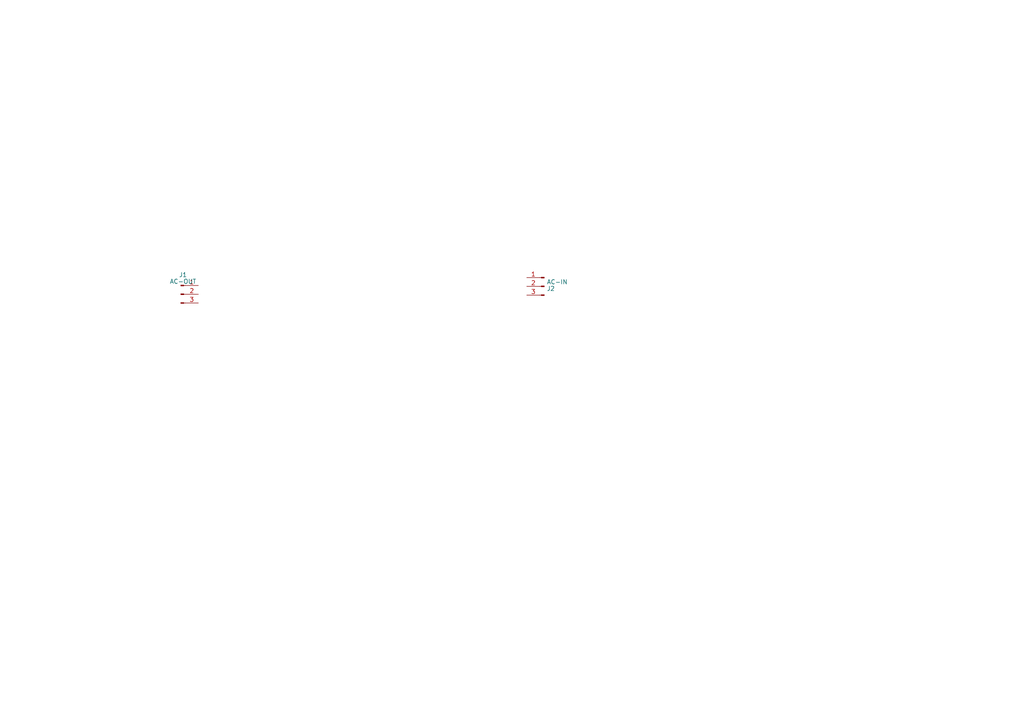
<source format=kicad_sch>
(kicad_sch (version 20230121) (generator eeschema)
  (paper "A4")
  (title_block (title "ST-862D-P1") (date "2023-06-10") (company "4Source"))
  (lib_symbols
    (symbol "Connector:Conn_01x03_Pin" (pin_names (offset 1.016) hide)
      (property "Reference" "J" (at 0 5.08 0))
      (property "Value" "Conn_01x03_Pin" (at 0 -5.08 0))
      (symbol "Conn_01x03_Pin_1_1"
        (polyline (pts (xy 1.27 -2.54) (xy 0.8636 -2.54)) (stroke (width 0.1524)))
        (polyline (pts (xy 1.27 0) (xy 0.8636 0)) (stroke (width 0.1524)))
        (polyline (pts (xy 1.27 2.54) (xy 0.8636 2.54)) (stroke (width 0.1524)))
        (rectangle (start 0.8636 -2.413) (end 0 -2.667) (stroke (width 0.1524)) (fill (type outline)))
        (rectangle (start 0.8636 0.127) (end 0 -0.127) (stroke (width 0.1524)) (fill (type outline)))
        (rectangle (start 0.8636 2.667) (end 0 2.413) (stroke (width 0.1524)) (fill (type outline)))
        (pin passive line (at 5.08 2.54 180) (length 3.81) (name "Pin_1") (number "1"))
        (pin passive line (at 5.08 0 180) (length 3.81) (name "Pin_2") (number "2"))
        (pin passive line (at 5.08 -2.54 180) (length 3.81) (name "Pin_3") (number "3"))
      )
    )
  )
  (symbol (lib_id "Connector:Conn_01x03_Pin") (at 52.451 85.344 0) (unit 1)
    (property "Reference" "J1" (at 53.086 79.7179 0))
    (property "Value" "AC-OUT" (at 53.086 81.6389 0))
  )
  (symbol (lib_id "Connector:Conn_01x03_Pin") (at 157.861 83.058 0) (mirror y) (unit 1)
    (property "Reference" "J2" (at 158.5722 83.7017 0) (effects (justify right)))
    (property "Value" "AC-IN" (at 158.5722 81.7807 0) (effects (justify right)))
  )
)
</source>
